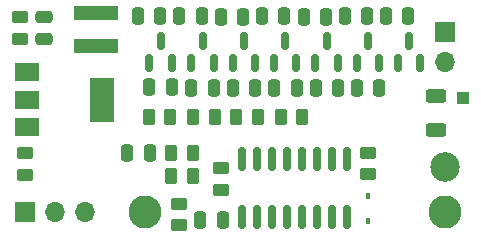
<source format=gts>
G04 #@! TF.GenerationSoftware,KiCad,Pcbnew,5.99.0-unknown-f7cc6d1e1e~106~ubuntu20.04.1*
G04 #@! TF.CreationDate,2021-04-14T19:56:09+09:00*
G04 #@! TF.ProjectId,OpenHVPS-5,4f70656e-4856-4505-932d-352e6b696361,V1.2.0*
G04 #@! TF.SameCoordinates,Original*
G04 #@! TF.FileFunction,Soldermask,Top*
G04 #@! TF.FilePolarity,Negative*
%FSLAX46Y46*%
G04 Gerber Fmt 4.6, Leading zero omitted, Abs format (unit mm)*
G04 Created by KiCad (PCBNEW 5.99.0-unknown-f7cc6d1e1e~106~ubuntu20.04.1) date 2021-04-14 19:56:09*
%MOMM*%
%LPD*%
G01*
G04 APERTURE LIST*
G04 Aperture macros list*
%AMRoundRect*
0 Rectangle with rounded corners*
0 $1 Rounding radius*
0 $2 $3 $4 $5 $6 $7 $8 $9 X,Y pos of 4 corners*
0 Add a 4 corners polygon primitive as box body*
4,1,4,$2,$3,$4,$5,$6,$7,$8,$9,$2,$3,0*
0 Add four circle primitives for the rounded corners*
1,1,$1+$1,$2,$3*
1,1,$1+$1,$4,$5*
1,1,$1+$1,$6,$7*
1,1,$1+$1,$8,$9*
0 Add four rect primitives between the rounded corners*
20,1,$1+$1,$2,$3,$4,$5,0*
20,1,$1+$1,$4,$5,$6,$7,0*
20,1,$1+$1,$6,$7,$8,$9,0*
20,1,$1+$1,$8,$9,$2,$3,0*%
G04 Aperture macros list end*
%ADD10RoundRect,0.250000X-0.250000X-0.475000X0.250000X-0.475000X0.250000X0.475000X-0.250000X0.475000X0*%
%ADD11RoundRect,0.250000X0.450000X-0.262500X0.450000X0.262500X-0.450000X0.262500X-0.450000X-0.262500X0*%
%ADD12R,1.700000X1.700000*%
%ADD13O,1.700000X1.700000*%
%ADD14C,2.500000*%
%ADD15C,2.800000*%
%ADD16RoundRect,0.150000X0.150000X-0.587500X0.150000X0.587500X-0.150000X0.587500X-0.150000X-0.587500X0*%
%ADD17RoundRect,0.250000X-0.450000X0.262500X-0.450000X-0.262500X0.450000X-0.262500X0.450000X0.262500X0*%
%ADD18RoundRect,0.250000X0.262500X0.450000X-0.262500X0.450000X-0.262500X-0.450000X0.262500X-0.450000X0*%
%ADD19RoundRect,0.250000X-0.475000X0.250000X-0.475000X-0.250000X0.475000X-0.250000X0.475000X0.250000X0*%
%ADD20RoundRect,0.250000X-0.625000X0.312500X-0.625000X-0.312500X0.625000X-0.312500X0.625000X0.312500X0*%
%ADD21R,3.700000X1.200000*%
%ADD22RoundRect,0.250000X-0.262500X-0.450000X0.262500X-0.450000X0.262500X0.450000X-0.262500X0.450000X0*%
%ADD23RoundRect,0.150000X0.150000X-0.825000X0.150000X0.825000X-0.150000X0.825000X-0.150000X-0.825000X0*%
%ADD24R,2.000000X1.500000*%
%ADD25R,2.000000X3.800000*%
%ADD26R,0.450000X0.600000*%
%ADD27R,1.000000X1.000000*%
%ADD28RoundRect,0.250000X0.250000X0.475000X-0.250000X0.475000X-0.250000X-0.475000X0.250000X-0.475000X0*%
G04 APERTURE END LIST*
D10*
X146050000Y-65050000D03*
X147950000Y-65050000D03*
D11*
X128500000Y-72413500D03*
X128500000Y-70588500D03*
D12*
X164060000Y-60325000D03*
D13*
X164060000Y-62865000D03*
D10*
X142530000Y-65050000D03*
X144430000Y-65050000D03*
D14*
X164060000Y-71755000D03*
D15*
X164060000Y-75565000D03*
D16*
X156550000Y-62937500D03*
X158450000Y-62937500D03*
X157500000Y-61062500D03*
X142550000Y-62937500D03*
X144450000Y-62937500D03*
X143500000Y-61062500D03*
D10*
X148530000Y-59000000D03*
X150430000Y-59000000D03*
X149560000Y-65050000D03*
X151460000Y-65050000D03*
D17*
X157520000Y-70520000D03*
X157520000Y-72345000D03*
D10*
X145020000Y-59010000D03*
X146920000Y-59010000D03*
D16*
X139004000Y-62913500D03*
X140904000Y-62913500D03*
X139954000Y-61038500D03*
D18*
X148182500Y-67520000D03*
X146357500Y-67520000D03*
D11*
X128020000Y-60912500D03*
X128020000Y-59087500D03*
D18*
X151932500Y-67520000D03*
X150107500Y-67520000D03*
D17*
X145020000Y-71857500D03*
X145020000Y-73682500D03*
D10*
X153080000Y-65050000D03*
X154980000Y-65050000D03*
D16*
X149550000Y-62937500D03*
X151450000Y-62937500D03*
X150500000Y-61062500D03*
D15*
X138660000Y-75565000D03*
D16*
X153050000Y-62937500D03*
X154950000Y-62937500D03*
X154000000Y-61062500D03*
D10*
X138030000Y-58990000D03*
X139930000Y-58990000D03*
D19*
X130100000Y-59050000D03*
X130100000Y-60950000D03*
D12*
X128500000Y-75565000D03*
D13*
X131040000Y-75565000D03*
X133580000Y-75565000D03*
D20*
X163298000Y-65720500D03*
X163298000Y-68645500D03*
D10*
X156580000Y-65050000D03*
X158480000Y-65050000D03*
D18*
X142682500Y-72520000D03*
X140857500Y-72520000D03*
D10*
X138980000Y-65010000D03*
X140880000Y-65010000D03*
X152060000Y-59010000D03*
X153960000Y-59010000D03*
D21*
X134500000Y-58700000D03*
X134500000Y-61500000D03*
D11*
X141520000Y-76682500D03*
X141520000Y-74857500D03*
D22*
X138945500Y-67520000D03*
X140770500Y-67520000D03*
D10*
X159020000Y-59000000D03*
X160920000Y-59000000D03*
D18*
X144520500Y-67520000D03*
X142695500Y-67520000D03*
X142682500Y-70520000D03*
X140857500Y-70520000D03*
D10*
X155540000Y-59000000D03*
X157440000Y-59000000D03*
D23*
X146825000Y-75995000D03*
X148095000Y-75995000D03*
X149365000Y-75995000D03*
X150635000Y-75995000D03*
X151905000Y-75995000D03*
X153175000Y-75995000D03*
X154445000Y-75995000D03*
X155715000Y-75995000D03*
X155715000Y-71045000D03*
X154445000Y-71045000D03*
X153175000Y-71045000D03*
X151905000Y-71045000D03*
X150635000Y-71045000D03*
X149365000Y-71045000D03*
X148095000Y-71045000D03*
X146825000Y-71045000D03*
D24*
X128676000Y-63740000D03*
X128676000Y-68340000D03*
D25*
X134976000Y-66040000D03*
D24*
X128676000Y-66040000D03*
D16*
X160050000Y-62937500D03*
X161950000Y-62937500D03*
X161000000Y-61062500D03*
D26*
X157520000Y-76320000D03*
X157520000Y-74220000D03*
D27*
X165584000Y-65913000D03*
D28*
X139020000Y-70520000D03*
X137120000Y-70520000D03*
D10*
X141530000Y-58990000D03*
X143430000Y-58990000D03*
D16*
X146050000Y-62937500D03*
X147950000Y-62937500D03*
X147000000Y-61062500D03*
D10*
X143320000Y-76270000D03*
X145220000Y-76270000D03*
M02*

</source>
